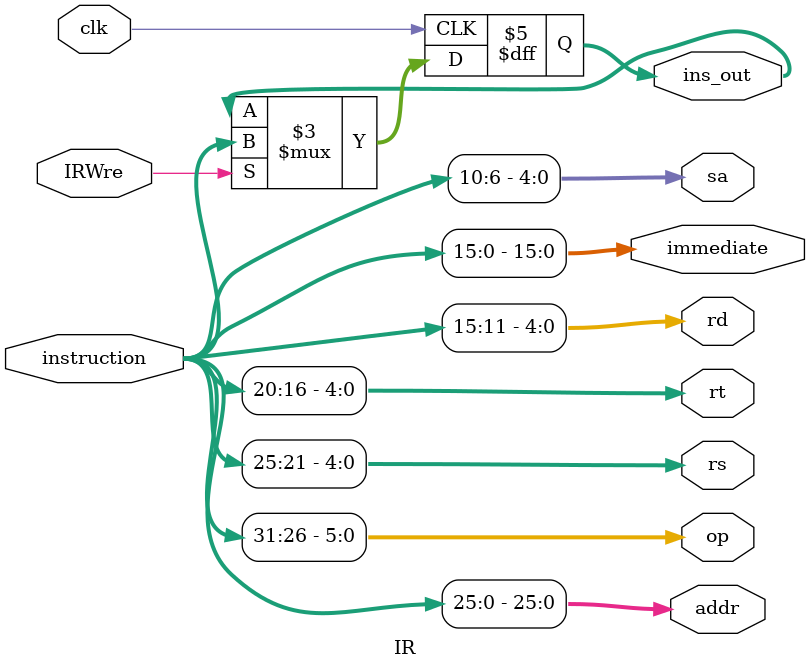
<source format=v>
`timescale 1ns / 1ps


module IR(clk, IRWre, instruction, ins_out, op, rs, rt, rd, immediate, sa, addr);
    input clk; // Ê±ÖÓÐÅºÅ
    input IRWre; // IRÐ´Ö¸ÁîÐÅºÅ
    input [31:0] instruction; // µ±Ç°Ö¸Áî
    output reg [31:0] ins_out; // ÑÓ³ÙÊä³öµÄÖ¸Áî
    output wire [5:0] op; // Ö¸Áî²Ù×÷Âë
    output wire [4:0] rs, rt, rd; // ¸÷²Ù×÷Êý¼Ä´æÆ÷
    output wire [15:0] immediate; // Á¢¼´Êý
    output wire [10:6] sa; // Î»ÒÆÁ¿
    output wire [25:0] addr; // µØÖ·£¨Ìø×ª×Ö½ÚµØÖ·)
    
    // Ê±ÖÓÂö³åÏÂ½µÑØ´¥·¢£¬ÑÓ³Ù£¬Ä¿µÄÊÇÊ¹Ö¸Áî´úÂë±£³ÖÎÈ¶¨
    always @(negedge clk) begin
        if (IRWre) begin
            ins_out = instruction;        
        end
    end
    
   assign op = instruction[31:26];  
   assign rs = instruction[25:21];  
   assign rt = instruction[20:16];  
   assign rd = instruction[15:11];  
   assign immediate = instruction[15:0];
   assign sa = instruction[10:6];
   assign addr = instruction[25:0];
endmodule

</source>
